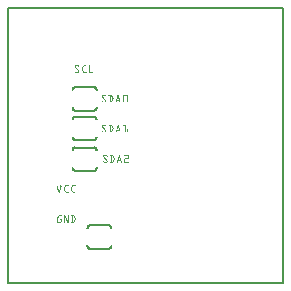
<source format=gto>
G04 MADE WITH FRITZING*
G04 WWW.FRITZING.ORG*
G04 DOUBLE SIDED*
G04 HOLES PLATED*
G04 CONTOUR ON CENTER OF CONTOUR VECTOR*
%ASAXBY*%
%FSLAX23Y23*%
%MOIN*%
%OFA0B0*%
%SFA1.0B1.0*%
%ADD10R,0.925197X0.925197X0.909197X0.909197*%
%ADD11C,0.008000*%
%ADD12R,0.001000X0.001000*%
%LNSILK1*%
G90*
G70*
G54D11*
X4Y921D02*
X921Y921D01*
X921Y4D01*
X4Y4D01*
X4Y921D01*
D02*
X228Y455D02*
X291Y455D01*
D02*
X291Y377D02*
X228Y377D01*
D02*
X228Y558D02*
X291Y558D01*
D02*
X291Y479D02*
X228Y479D01*
D02*
X228Y656D02*
X291Y656D01*
D02*
X291Y577D02*
X228Y577D01*
D02*
X340Y117D02*
X277Y117D01*
D02*
X277Y196D02*
X340Y196D01*
G54D12*
X228Y729D02*
X239Y729D01*
X256Y729D02*
X264Y729D01*
X274Y729D02*
X275Y729D01*
X227Y728D02*
X240Y728D01*
X255Y728D02*
X265Y728D01*
X273Y728D02*
X276Y728D01*
X226Y727D02*
X241Y727D01*
X254Y727D02*
X265Y727D01*
X273Y727D02*
X276Y727D01*
X226Y726D02*
X229Y726D01*
X238Y726D02*
X241Y726D01*
X253Y726D02*
X256Y726D01*
X273Y726D02*
X276Y726D01*
X226Y725D02*
X229Y725D01*
X239Y725D02*
X241Y725D01*
X253Y725D02*
X256Y725D01*
X273Y725D02*
X276Y725D01*
X227Y724D02*
X230Y724D01*
X240Y724D02*
X241Y724D01*
X252Y724D02*
X255Y724D01*
X273Y724D02*
X276Y724D01*
X227Y723D02*
X230Y723D01*
X252Y723D02*
X255Y723D01*
X273Y723D02*
X276Y723D01*
X228Y722D02*
X231Y722D01*
X251Y722D02*
X254Y722D01*
X273Y722D02*
X276Y722D01*
X229Y721D02*
X232Y721D01*
X251Y721D02*
X254Y721D01*
X273Y721D02*
X276Y721D01*
X230Y720D02*
X233Y720D01*
X250Y720D02*
X253Y720D01*
X273Y720D02*
X276Y720D01*
X230Y719D02*
X234Y719D01*
X250Y719D02*
X252Y719D01*
X273Y719D02*
X276Y719D01*
X231Y718D02*
X234Y718D01*
X250Y718D02*
X252Y718D01*
X273Y718D02*
X276Y718D01*
X232Y717D02*
X235Y717D01*
X250Y717D02*
X252Y717D01*
X273Y717D02*
X276Y717D01*
X233Y716D02*
X236Y716D01*
X250Y716D02*
X252Y716D01*
X273Y716D02*
X276Y716D01*
X233Y715D02*
X237Y715D01*
X250Y715D02*
X252Y715D01*
X273Y715D02*
X276Y715D01*
X234Y714D02*
X237Y714D01*
X250Y714D02*
X253Y714D01*
X273Y714D02*
X276Y714D01*
X235Y713D02*
X238Y713D01*
X251Y713D02*
X253Y713D01*
X273Y713D02*
X276Y713D01*
X236Y712D02*
X239Y712D01*
X251Y712D02*
X254Y712D01*
X273Y712D02*
X276Y712D01*
X237Y711D02*
X240Y711D01*
X252Y711D02*
X254Y711D01*
X273Y711D02*
X276Y711D01*
X227Y710D02*
X227Y710D01*
X237Y710D02*
X241Y710D01*
X252Y710D02*
X255Y710D01*
X273Y710D02*
X276Y710D01*
X226Y709D02*
X228Y709D01*
X238Y709D02*
X241Y709D01*
X253Y709D02*
X255Y709D01*
X273Y709D02*
X276Y709D01*
X226Y708D02*
X229Y708D01*
X239Y708D02*
X241Y708D01*
X253Y708D02*
X256Y708D01*
X273Y708D02*
X276Y708D01*
X226Y707D02*
X241Y707D01*
X254Y707D02*
X264Y707D01*
X273Y707D02*
X288Y707D01*
X227Y706D02*
X241Y706D01*
X254Y706D02*
X265Y706D01*
X273Y706D02*
X288Y706D01*
X228Y705D02*
X240Y705D01*
X255Y705D02*
X265Y705D01*
X273Y705D02*
X288Y705D01*
X226Y660D02*
X226Y660D01*
X292Y660D02*
X292Y660D01*
X223Y659D02*
X227Y659D01*
X291Y659D02*
X295Y659D01*
X222Y658D02*
X227Y658D01*
X291Y658D02*
X296Y658D01*
X221Y657D02*
X227Y657D01*
X291Y657D02*
X297Y657D01*
X220Y656D02*
X227Y656D01*
X291Y656D02*
X298Y656D01*
X219Y655D02*
X227Y655D01*
X291Y655D02*
X299Y655D01*
X218Y654D02*
X228Y654D01*
X290Y654D02*
X300Y654D01*
X218Y653D02*
X228Y653D01*
X290Y653D02*
X300Y653D01*
X217Y652D02*
X226Y652D01*
X292Y652D02*
X301Y652D01*
X217Y651D02*
X225Y651D01*
X293Y651D02*
X301Y651D01*
X216Y650D02*
X224Y650D01*
X294Y650D02*
X302Y650D01*
X216Y649D02*
X223Y649D01*
X295Y649D02*
X302Y649D01*
X216Y648D02*
X223Y648D01*
X295Y648D02*
X302Y648D01*
X216Y647D02*
X223Y647D01*
X295Y647D02*
X302Y647D01*
X216Y646D02*
X223Y646D01*
X295Y646D02*
X302Y646D01*
X216Y645D02*
X220Y645D01*
X298Y645D02*
X302Y645D01*
X317Y630D02*
X329Y630D01*
X340Y630D02*
X349Y630D01*
X370Y630D02*
X372Y630D01*
X388Y630D02*
X401Y630D01*
X316Y629D02*
X330Y629D01*
X339Y629D02*
X350Y629D01*
X369Y629D02*
X372Y629D01*
X387Y629D02*
X402Y629D01*
X316Y628D02*
X331Y628D01*
X340Y628D02*
X351Y628D01*
X369Y628D02*
X372Y628D01*
X387Y628D02*
X402Y628D01*
X316Y627D02*
X318Y627D01*
X329Y627D02*
X331Y627D01*
X343Y627D02*
X345Y627D01*
X348Y627D02*
X351Y627D01*
X369Y627D02*
X373Y627D01*
X387Y627D02*
X389Y627D01*
X400Y627D02*
X402Y627D01*
X316Y626D02*
X319Y626D01*
X329Y626D02*
X331Y626D01*
X343Y626D02*
X345Y626D01*
X349Y626D02*
X352Y626D01*
X369Y626D02*
X373Y626D01*
X387Y626D02*
X389Y626D01*
X400Y626D02*
X402Y626D01*
X317Y625D02*
X320Y625D01*
X330Y625D02*
X330Y625D01*
X343Y625D02*
X345Y625D01*
X349Y625D02*
X352Y625D01*
X368Y625D02*
X373Y625D01*
X387Y625D02*
X389Y625D01*
X400Y625D02*
X402Y625D01*
X317Y624D02*
X321Y624D01*
X343Y624D02*
X345Y624D01*
X350Y624D02*
X353Y624D01*
X368Y624D02*
X373Y624D01*
X387Y624D02*
X389Y624D01*
X400Y624D02*
X402Y624D01*
X318Y623D02*
X321Y623D01*
X343Y623D02*
X345Y623D01*
X350Y623D02*
X353Y623D01*
X368Y623D02*
X374Y623D01*
X387Y623D02*
X389Y623D01*
X400Y623D02*
X402Y623D01*
X319Y622D02*
X322Y622D01*
X343Y622D02*
X345Y622D01*
X351Y622D02*
X354Y622D01*
X367Y622D02*
X370Y622D01*
X372Y622D02*
X374Y622D01*
X387Y622D02*
X389Y622D01*
X400Y622D02*
X402Y622D01*
X320Y621D02*
X323Y621D01*
X343Y621D02*
X345Y621D01*
X352Y621D02*
X354Y621D01*
X367Y621D02*
X370Y621D01*
X372Y621D02*
X374Y621D01*
X387Y621D02*
X389Y621D01*
X400Y621D02*
X402Y621D01*
X320Y620D02*
X324Y620D01*
X343Y620D02*
X345Y620D01*
X352Y620D02*
X354Y620D01*
X367Y620D02*
X369Y620D01*
X372Y620D02*
X375Y620D01*
X387Y620D02*
X389Y620D01*
X400Y620D02*
X402Y620D01*
X321Y619D02*
X324Y619D01*
X343Y619D02*
X345Y619D01*
X352Y619D02*
X355Y619D01*
X366Y619D02*
X369Y619D01*
X372Y619D02*
X375Y619D01*
X387Y619D02*
X389Y619D01*
X400Y619D02*
X402Y619D01*
X322Y618D02*
X325Y618D01*
X343Y618D02*
X345Y618D01*
X352Y618D02*
X355Y618D01*
X366Y618D02*
X369Y618D01*
X373Y618D02*
X375Y618D01*
X387Y618D02*
X389Y618D01*
X400Y618D02*
X402Y618D01*
X323Y617D02*
X326Y617D01*
X343Y617D02*
X345Y617D01*
X352Y617D02*
X355Y617D01*
X366Y617D02*
X368Y617D01*
X373Y617D02*
X376Y617D01*
X387Y617D02*
X389Y617D01*
X400Y617D02*
X402Y617D01*
X323Y616D02*
X327Y616D01*
X343Y616D02*
X345Y616D01*
X352Y616D02*
X354Y616D01*
X366Y616D02*
X368Y616D01*
X373Y616D02*
X376Y616D01*
X387Y616D02*
X389Y616D01*
X400Y616D02*
X402Y616D01*
X324Y615D02*
X328Y615D01*
X343Y615D02*
X345Y615D01*
X351Y615D02*
X354Y615D01*
X365Y615D02*
X368Y615D01*
X374Y615D02*
X376Y615D01*
X387Y615D02*
X389Y615D01*
X400Y615D02*
X402Y615D01*
X325Y614D02*
X328Y614D01*
X343Y614D02*
X345Y614D01*
X351Y614D02*
X354Y614D01*
X365Y614D02*
X376Y614D01*
X387Y614D02*
X389Y614D01*
X400Y614D02*
X402Y614D01*
X326Y613D02*
X329Y613D01*
X343Y613D02*
X345Y613D01*
X350Y613D02*
X353Y613D01*
X365Y613D02*
X377Y613D01*
X387Y613D02*
X389Y613D01*
X400Y613D02*
X402Y613D01*
X327Y612D02*
X330Y612D01*
X343Y612D02*
X345Y612D01*
X350Y612D02*
X353Y612D01*
X364Y612D02*
X377Y612D01*
X387Y612D02*
X389Y612D01*
X400Y612D02*
X402Y612D01*
X316Y611D02*
X318Y611D01*
X327Y611D02*
X331Y611D01*
X343Y611D02*
X345Y611D01*
X349Y611D02*
X352Y611D01*
X364Y611D02*
X377Y611D01*
X387Y611D02*
X389Y611D01*
X400Y611D02*
X402Y611D01*
X316Y610D02*
X318Y610D01*
X328Y610D02*
X331Y610D01*
X343Y610D02*
X345Y610D01*
X349Y610D02*
X352Y610D01*
X364Y610D02*
X366Y610D01*
X375Y610D02*
X378Y610D01*
X387Y610D02*
X389Y610D01*
X400Y610D02*
X402Y610D01*
X316Y609D02*
X319Y609D01*
X329Y609D02*
X331Y609D01*
X343Y609D02*
X345Y609D01*
X348Y609D02*
X351Y609D01*
X364Y609D02*
X366Y609D01*
X375Y609D02*
X378Y609D01*
X387Y609D02*
X389Y609D01*
X400Y609D02*
X402Y609D01*
X316Y608D02*
X331Y608D01*
X340Y608D02*
X351Y608D01*
X363Y608D02*
X366Y608D01*
X376Y608D02*
X378Y608D01*
X387Y608D02*
X402Y608D01*
X317Y607D02*
X330Y607D01*
X339Y607D02*
X350Y607D01*
X363Y607D02*
X365Y607D01*
X376Y607D02*
X378Y607D01*
X387Y607D02*
X401Y607D01*
X318Y606D02*
X329Y606D01*
X340Y606D02*
X349Y606D01*
X363Y606D02*
X365Y606D01*
X377Y606D02*
X378Y606D01*
X388Y606D02*
X400Y606D01*
X216Y590D02*
X217Y590D01*
X301Y590D02*
X302Y590D01*
X216Y589D02*
X222Y589D01*
X296Y589D02*
X302Y589D01*
X216Y588D02*
X223Y588D01*
X295Y588D02*
X302Y588D01*
X216Y587D02*
X223Y587D01*
X295Y587D02*
X302Y587D01*
X216Y586D02*
X223Y586D01*
X295Y586D02*
X302Y586D01*
X216Y585D02*
X224Y585D01*
X294Y585D02*
X302Y585D01*
X217Y584D02*
X224Y584D01*
X294Y584D02*
X301Y584D01*
X217Y583D02*
X225Y583D01*
X293Y583D02*
X301Y583D01*
X217Y582D02*
X227Y582D01*
X291Y582D02*
X301Y582D01*
X218Y581D02*
X228Y581D01*
X290Y581D02*
X300Y581D01*
X218Y580D02*
X227Y580D01*
X291Y580D02*
X300Y580D01*
X219Y579D02*
X227Y579D01*
X291Y579D02*
X299Y579D01*
X220Y578D02*
X227Y578D01*
X291Y578D02*
X298Y578D01*
X221Y577D02*
X227Y577D01*
X291Y577D02*
X297Y577D01*
X222Y576D02*
X227Y576D01*
X291Y576D02*
X296Y576D01*
X224Y575D02*
X226Y575D01*
X292Y575D02*
X294Y575D01*
X224Y561D02*
X226Y561D01*
X292Y561D02*
X294Y561D01*
X222Y560D02*
X227Y560D01*
X291Y560D02*
X296Y560D01*
X221Y559D02*
X227Y559D01*
X291Y559D02*
X297Y559D01*
X220Y558D02*
X227Y558D01*
X291Y558D02*
X298Y558D01*
X219Y557D02*
X227Y557D01*
X291Y557D02*
X299Y557D01*
X218Y556D02*
X227Y556D01*
X291Y556D02*
X300Y556D01*
X218Y555D02*
X228Y555D01*
X290Y555D02*
X300Y555D01*
X217Y554D02*
X227Y554D01*
X291Y554D02*
X301Y554D01*
X217Y553D02*
X225Y553D01*
X293Y553D02*
X301Y553D01*
X217Y552D02*
X224Y552D01*
X294Y552D02*
X301Y552D01*
X216Y551D02*
X224Y551D01*
X294Y551D02*
X302Y551D01*
X216Y550D02*
X223Y550D01*
X295Y550D02*
X302Y550D01*
X216Y549D02*
X223Y549D01*
X295Y549D02*
X302Y549D01*
X216Y548D02*
X223Y548D01*
X295Y548D02*
X302Y548D01*
X216Y547D02*
X223Y547D01*
X295Y547D02*
X302Y547D01*
X216Y546D02*
X218Y546D01*
X300Y546D02*
X302Y546D01*
X319Y531D02*
X328Y531D01*
X341Y531D02*
X348Y531D01*
X371Y531D02*
X371Y531D01*
X388Y531D02*
X396Y531D01*
X317Y530D02*
X330Y530D01*
X340Y530D02*
X350Y530D01*
X370Y530D02*
X372Y530D01*
X387Y530D02*
X396Y530D01*
X317Y529D02*
X331Y529D01*
X340Y529D02*
X351Y529D01*
X370Y529D02*
X372Y529D01*
X387Y529D02*
X396Y529D01*
X316Y528D02*
X331Y528D01*
X341Y528D02*
X351Y528D01*
X369Y528D02*
X373Y528D01*
X388Y528D02*
X396Y528D01*
X316Y527D02*
X319Y527D01*
X329Y527D02*
X331Y527D01*
X343Y527D02*
X345Y527D01*
X349Y527D02*
X352Y527D01*
X369Y527D02*
X373Y527D01*
X394Y527D02*
X396Y527D01*
X316Y526D02*
X319Y526D01*
X329Y526D02*
X331Y526D01*
X343Y526D02*
X345Y526D01*
X349Y526D02*
X352Y526D01*
X369Y526D02*
X373Y526D01*
X394Y526D02*
X396Y526D01*
X317Y525D02*
X320Y525D01*
X343Y525D02*
X345Y525D01*
X350Y525D02*
X353Y525D01*
X369Y525D02*
X374Y525D01*
X394Y525D02*
X396Y525D01*
X318Y524D02*
X321Y524D01*
X343Y524D02*
X345Y524D01*
X350Y524D02*
X353Y524D01*
X368Y524D02*
X374Y524D01*
X394Y524D02*
X396Y524D01*
X319Y523D02*
X322Y523D01*
X343Y523D02*
X345Y523D01*
X351Y523D02*
X354Y523D01*
X368Y523D02*
X374Y523D01*
X394Y523D02*
X396Y523D01*
X319Y522D02*
X323Y522D01*
X343Y522D02*
X345Y522D01*
X351Y522D02*
X354Y522D01*
X368Y522D02*
X370Y522D01*
X372Y522D02*
X374Y522D01*
X394Y522D02*
X396Y522D01*
X320Y521D02*
X323Y521D01*
X343Y521D02*
X345Y521D01*
X352Y521D02*
X355Y521D01*
X367Y521D02*
X370Y521D01*
X372Y521D02*
X375Y521D01*
X394Y521D02*
X396Y521D01*
X321Y520D02*
X324Y520D01*
X343Y520D02*
X345Y520D01*
X352Y520D02*
X355Y520D01*
X367Y520D02*
X370Y520D01*
X373Y520D02*
X375Y520D01*
X394Y520D02*
X396Y520D01*
X322Y519D02*
X325Y519D01*
X343Y519D02*
X345Y519D01*
X353Y519D02*
X355Y519D01*
X367Y519D02*
X369Y519D01*
X373Y519D02*
X375Y519D01*
X394Y519D02*
X396Y519D01*
X322Y518D02*
X326Y518D01*
X343Y518D02*
X345Y518D01*
X353Y518D02*
X355Y518D01*
X366Y518D02*
X369Y518D01*
X373Y518D02*
X376Y518D01*
X394Y518D02*
X396Y518D01*
X323Y517D02*
X326Y517D01*
X343Y517D02*
X345Y517D01*
X353Y517D02*
X355Y517D01*
X366Y517D02*
X369Y517D01*
X373Y517D02*
X376Y517D01*
X394Y517D02*
X396Y517D01*
X401Y517D02*
X401Y517D01*
X324Y516D02*
X327Y516D01*
X343Y516D02*
X345Y516D01*
X352Y516D02*
X355Y516D01*
X366Y516D02*
X368Y516D01*
X374Y516D02*
X376Y516D01*
X394Y516D02*
X396Y516D01*
X400Y516D02*
X402Y516D01*
X325Y515D02*
X328Y515D01*
X343Y515D02*
X345Y515D01*
X352Y515D02*
X354Y515D01*
X366Y515D02*
X368Y515D01*
X374Y515D02*
X377Y515D01*
X394Y515D02*
X396Y515D01*
X400Y515D02*
X402Y515D01*
X326Y514D02*
X329Y514D01*
X343Y514D02*
X345Y514D01*
X351Y514D02*
X354Y514D01*
X365Y514D02*
X377Y514D01*
X394Y514D02*
X396Y514D01*
X400Y514D02*
X402Y514D01*
X326Y513D02*
X330Y513D01*
X343Y513D02*
X345Y513D01*
X351Y513D02*
X353Y513D01*
X365Y513D02*
X377Y513D01*
X394Y513D02*
X396Y513D01*
X400Y513D02*
X402Y513D01*
X327Y512D02*
X330Y512D01*
X343Y512D02*
X345Y512D01*
X350Y512D02*
X353Y512D01*
X365Y512D02*
X377Y512D01*
X394Y512D02*
X396Y512D01*
X400Y512D02*
X402Y512D01*
X317Y511D02*
X318Y511D01*
X328Y511D02*
X331Y511D01*
X343Y511D02*
X345Y511D01*
X350Y511D02*
X352Y511D01*
X364Y511D02*
X367Y511D01*
X375Y511D02*
X378Y511D01*
X394Y511D02*
X396Y511D01*
X400Y511D02*
X402Y511D01*
X316Y510D02*
X319Y510D01*
X329Y510D02*
X331Y510D01*
X343Y510D02*
X345Y510D01*
X349Y510D02*
X352Y510D01*
X364Y510D02*
X367Y510D01*
X376Y510D02*
X378Y510D01*
X394Y510D02*
X396Y510D01*
X400Y510D02*
X402Y510D01*
X316Y509D02*
X319Y509D01*
X329Y509D02*
X331Y509D01*
X343Y509D02*
X346Y509D01*
X348Y509D02*
X351Y509D01*
X364Y509D02*
X366Y509D01*
X376Y509D02*
X378Y509D01*
X393Y509D02*
X396Y509D01*
X400Y509D02*
X402Y509D01*
X317Y508D02*
X331Y508D01*
X340Y508D02*
X351Y508D01*
X364Y508D02*
X366Y508D01*
X376Y508D02*
X379Y508D01*
X387Y508D02*
X402Y508D01*
X317Y507D02*
X331Y507D01*
X340Y507D02*
X350Y507D01*
X363Y507D02*
X366Y507D01*
X376Y507D02*
X379Y507D01*
X387Y507D02*
X402Y507D01*
X319Y506D02*
X329Y506D01*
X340Y506D02*
X349Y506D01*
X364Y506D02*
X365Y506D01*
X377Y506D02*
X378Y506D01*
X388Y506D02*
X402Y506D01*
X216Y491D02*
X220Y491D01*
X298Y491D02*
X302Y491D01*
X216Y490D02*
X223Y490D01*
X295Y490D02*
X302Y490D01*
X216Y489D02*
X223Y489D01*
X295Y489D02*
X302Y489D01*
X216Y488D02*
X223Y488D01*
X295Y488D02*
X302Y488D01*
X216Y487D02*
X223Y487D01*
X295Y487D02*
X302Y487D01*
X216Y486D02*
X224Y486D01*
X294Y486D02*
X302Y486D01*
X217Y485D02*
X225Y485D01*
X293Y485D02*
X301Y485D01*
X217Y484D02*
X226Y484D01*
X292Y484D02*
X301Y484D01*
X217Y483D02*
X228Y483D01*
X290Y483D02*
X300Y483D01*
X218Y482D02*
X228Y482D01*
X290Y482D02*
X300Y482D01*
X219Y481D02*
X227Y481D01*
X291Y481D02*
X299Y481D01*
X220Y480D02*
X227Y480D01*
X291Y480D02*
X298Y480D01*
X221Y479D02*
X227Y479D01*
X291Y479D02*
X297Y479D01*
X222Y478D02*
X227Y478D01*
X291Y478D02*
X296Y478D01*
X223Y477D02*
X227Y477D01*
X291Y477D02*
X295Y477D01*
X226Y476D02*
X226Y476D01*
X292Y476D02*
X292Y476D01*
X225Y459D02*
X226Y459D01*
X292Y459D02*
X293Y459D01*
X223Y458D02*
X227Y458D01*
X291Y458D02*
X295Y458D01*
X221Y457D02*
X227Y457D01*
X291Y457D02*
X296Y457D01*
X220Y456D02*
X227Y456D01*
X291Y456D02*
X298Y456D01*
X219Y455D02*
X227Y455D01*
X291Y455D02*
X299Y455D01*
X219Y454D02*
X227Y454D01*
X291Y454D02*
X299Y454D01*
X218Y453D02*
X228Y453D01*
X290Y453D02*
X300Y453D01*
X217Y452D02*
X228Y452D01*
X290Y452D02*
X301Y452D01*
X217Y451D02*
X226Y451D01*
X292Y451D02*
X301Y451D01*
X217Y450D02*
X225Y450D01*
X293Y450D02*
X301Y450D01*
X216Y449D02*
X224Y449D01*
X294Y449D02*
X302Y449D01*
X216Y448D02*
X223Y448D01*
X295Y448D02*
X302Y448D01*
X216Y447D02*
X223Y447D01*
X295Y447D02*
X302Y447D01*
X216Y446D02*
X223Y446D01*
X295Y446D02*
X302Y446D01*
X216Y445D02*
X223Y445D01*
X295Y445D02*
X302Y445D01*
X216Y444D02*
X219Y444D01*
X299Y444D02*
X302Y444D01*
X322Y430D02*
X333Y430D01*
X345Y430D02*
X353Y430D01*
X375Y430D02*
X376Y430D01*
X392Y430D02*
X405Y430D01*
X321Y429D02*
X334Y429D01*
X344Y429D02*
X354Y429D01*
X374Y429D02*
X376Y429D01*
X391Y429D02*
X406Y429D01*
X321Y428D02*
X335Y428D01*
X344Y428D02*
X355Y428D01*
X374Y428D02*
X377Y428D01*
X391Y428D02*
X406Y428D01*
X320Y427D02*
X323Y427D01*
X332Y427D02*
X335Y427D01*
X347Y427D02*
X350Y427D01*
X352Y427D02*
X355Y427D01*
X373Y427D02*
X377Y427D01*
X404Y427D02*
X407Y427D01*
X320Y426D02*
X323Y426D01*
X333Y426D02*
X336Y426D01*
X347Y426D02*
X350Y426D01*
X353Y426D02*
X356Y426D01*
X373Y426D02*
X377Y426D01*
X404Y426D02*
X407Y426D01*
X321Y425D02*
X324Y425D01*
X334Y425D02*
X335Y425D01*
X347Y425D02*
X350Y425D01*
X354Y425D02*
X356Y425D01*
X373Y425D02*
X378Y425D01*
X404Y425D02*
X407Y425D01*
X321Y424D02*
X325Y424D01*
X347Y424D02*
X350Y424D01*
X354Y424D02*
X357Y424D01*
X373Y424D02*
X378Y424D01*
X404Y424D02*
X407Y424D01*
X322Y423D02*
X325Y423D01*
X347Y423D02*
X350Y423D01*
X355Y423D02*
X357Y423D01*
X372Y423D02*
X378Y423D01*
X404Y423D02*
X407Y423D01*
X323Y422D02*
X326Y422D01*
X347Y422D02*
X350Y422D01*
X355Y422D02*
X358Y422D01*
X372Y422D02*
X378Y422D01*
X404Y422D02*
X407Y422D01*
X324Y421D02*
X327Y421D01*
X347Y421D02*
X350Y421D01*
X356Y421D02*
X358Y421D01*
X372Y421D02*
X374Y421D01*
X376Y421D02*
X379Y421D01*
X404Y421D02*
X407Y421D01*
X324Y420D02*
X328Y420D01*
X347Y420D02*
X350Y420D01*
X356Y420D02*
X359Y420D01*
X371Y420D02*
X374Y420D01*
X377Y420D02*
X379Y420D01*
X404Y420D02*
X407Y420D01*
X325Y419D02*
X329Y419D01*
X347Y419D02*
X350Y419D01*
X357Y419D02*
X359Y419D01*
X371Y419D02*
X374Y419D01*
X377Y419D02*
X379Y419D01*
X393Y419D02*
X406Y419D01*
X326Y418D02*
X329Y418D01*
X347Y418D02*
X350Y418D01*
X357Y418D02*
X359Y418D01*
X371Y418D02*
X373Y418D01*
X377Y418D02*
X380Y418D01*
X392Y418D02*
X406Y418D01*
X327Y417D02*
X330Y417D01*
X347Y417D02*
X350Y417D01*
X357Y417D02*
X359Y417D01*
X371Y417D02*
X373Y417D01*
X377Y417D02*
X380Y417D01*
X391Y417D02*
X406Y417D01*
X328Y416D02*
X331Y416D01*
X347Y416D02*
X350Y416D01*
X357Y416D02*
X359Y416D01*
X370Y416D02*
X373Y416D01*
X378Y416D02*
X380Y416D01*
X391Y416D02*
X403Y416D01*
X328Y415D02*
X332Y415D01*
X347Y415D02*
X350Y415D01*
X356Y415D02*
X359Y415D01*
X370Y415D02*
X372Y415D01*
X378Y415D02*
X380Y415D01*
X391Y415D02*
X394Y415D01*
X329Y414D02*
X332Y414D01*
X347Y414D02*
X350Y414D01*
X356Y414D02*
X358Y414D01*
X370Y414D02*
X372Y414D01*
X378Y414D02*
X381Y414D01*
X391Y414D02*
X394Y414D01*
X330Y413D02*
X333Y413D01*
X347Y413D02*
X350Y413D01*
X355Y413D02*
X358Y413D01*
X369Y413D02*
X381Y413D01*
X391Y413D02*
X394Y413D01*
X331Y412D02*
X334Y412D01*
X347Y412D02*
X350Y412D01*
X355Y412D02*
X357Y412D01*
X369Y412D02*
X381Y412D01*
X391Y412D02*
X394Y412D01*
X331Y411D02*
X335Y411D01*
X347Y411D02*
X350Y411D01*
X354Y411D02*
X357Y411D01*
X369Y411D02*
X382Y411D01*
X391Y411D02*
X394Y411D01*
X321Y410D02*
X322Y410D01*
X332Y410D02*
X335Y410D01*
X347Y410D02*
X350Y410D01*
X354Y410D02*
X356Y410D01*
X369Y410D02*
X371Y410D01*
X379Y410D02*
X382Y410D01*
X391Y410D02*
X394Y410D01*
X320Y409D02*
X323Y409D01*
X333Y409D02*
X336Y409D01*
X347Y409D02*
X350Y409D01*
X353Y409D02*
X356Y409D01*
X368Y409D02*
X371Y409D01*
X380Y409D02*
X382Y409D01*
X391Y409D02*
X394Y409D01*
X321Y408D02*
X336Y408D01*
X345Y408D02*
X355Y408D01*
X368Y408D02*
X370Y408D01*
X380Y408D02*
X383Y408D01*
X391Y408D02*
X405Y408D01*
X321Y407D02*
X335Y407D01*
X344Y407D02*
X355Y407D01*
X368Y407D02*
X370Y407D01*
X380Y407D02*
X383Y407D01*
X391Y407D02*
X406Y407D01*
X322Y406D02*
X335Y406D01*
X344Y406D02*
X354Y406D01*
X368Y406D02*
X370Y406D01*
X381Y406D02*
X383Y406D01*
X391Y406D02*
X406Y406D01*
X324Y405D02*
X333Y405D01*
X345Y405D02*
X352Y405D01*
X369Y405D02*
X369Y405D01*
X382Y405D02*
X382Y405D01*
X391Y405D02*
X406Y405D01*
X216Y389D02*
X219Y389D01*
X299Y389D02*
X302Y389D01*
X216Y388D02*
X223Y388D01*
X295Y388D02*
X302Y388D01*
X216Y387D02*
X223Y387D01*
X295Y387D02*
X302Y387D01*
X216Y386D02*
X223Y386D01*
X295Y386D02*
X302Y386D01*
X216Y385D02*
X223Y385D01*
X295Y385D02*
X302Y385D01*
X216Y384D02*
X224Y384D01*
X294Y384D02*
X302Y384D01*
X217Y383D02*
X224Y383D01*
X294Y383D02*
X301Y383D01*
X217Y382D02*
X225Y382D01*
X293Y382D02*
X301Y382D01*
X217Y381D02*
X227Y381D01*
X291Y381D02*
X301Y381D01*
X218Y380D02*
X228Y380D01*
X290Y380D02*
X300Y380D01*
X218Y379D02*
X227Y379D01*
X291Y379D02*
X300Y379D01*
X219Y378D02*
X227Y378D01*
X291Y378D02*
X299Y378D01*
X220Y377D02*
X227Y377D01*
X291Y377D02*
X298Y377D01*
X221Y376D02*
X227Y376D01*
X291Y376D02*
X297Y376D01*
X223Y375D02*
X227Y375D01*
X291Y375D02*
X295Y375D01*
X225Y374D02*
X226Y374D01*
X292Y374D02*
X293Y374D01*
X199Y330D02*
X203Y330D01*
X222Y330D02*
X227Y330D01*
X166Y329D02*
X168Y329D01*
X179Y329D02*
X181Y329D01*
X195Y329D02*
X205Y329D01*
X219Y329D02*
X229Y329D01*
X166Y328D02*
X169Y328D01*
X179Y328D02*
X182Y328D01*
X194Y328D02*
X205Y328D01*
X218Y328D02*
X229Y328D01*
X166Y327D02*
X169Y327D01*
X179Y327D02*
X182Y327D01*
X194Y327D02*
X204Y327D01*
X217Y327D02*
X228Y327D01*
X166Y326D02*
X169Y326D01*
X179Y326D02*
X182Y326D01*
X193Y326D02*
X196Y326D01*
X217Y326D02*
X220Y326D01*
X166Y325D02*
X169Y325D01*
X179Y325D02*
X182Y325D01*
X193Y325D02*
X196Y325D01*
X216Y325D02*
X219Y325D01*
X166Y324D02*
X169Y324D01*
X179Y324D02*
X182Y324D01*
X192Y324D02*
X195Y324D01*
X216Y324D02*
X219Y324D01*
X166Y323D02*
X169Y323D01*
X179Y323D02*
X182Y323D01*
X192Y323D02*
X195Y323D01*
X215Y323D02*
X218Y323D01*
X166Y322D02*
X169Y322D01*
X179Y322D02*
X181Y322D01*
X191Y322D02*
X194Y322D01*
X215Y322D02*
X218Y322D01*
X167Y321D02*
X169Y321D01*
X178Y321D02*
X181Y321D01*
X191Y321D02*
X194Y321D01*
X214Y321D02*
X217Y321D01*
X167Y320D02*
X170Y320D01*
X178Y320D02*
X181Y320D01*
X190Y320D02*
X193Y320D01*
X214Y320D02*
X217Y320D01*
X168Y319D02*
X170Y319D01*
X178Y319D02*
X180Y319D01*
X190Y319D02*
X193Y319D01*
X214Y319D02*
X216Y319D01*
X168Y318D02*
X171Y318D01*
X177Y318D02*
X180Y318D01*
X190Y318D02*
X192Y318D01*
X214Y318D02*
X216Y318D01*
X168Y317D02*
X171Y317D01*
X177Y317D02*
X179Y317D01*
X190Y317D02*
X192Y317D01*
X214Y317D02*
X216Y317D01*
X169Y316D02*
X171Y316D01*
X177Y316D02*
X179Y316D01*
X190Y316D02*
X192Y316D01*
X214Y316D02*
X216Y316D01*
X169Y315D02*
X172Y315D01*
X176Y315D02*
X179Y315D01*
X190Y315D02*
X193Y315D01*
X214Y315D02*
X216Y315D01*
X170Y314D02*
X172Y314D01*
X176Y314D02*
X178Y314D01*
X191Y314D02*
X193Y314D01*
X214Y314D02*
X217Y314D01*
X170Y313D02*
X173Y313D01*
X175Y313D02*
X178Y313D01*
X191Y313D02*
X194Y313D01*
X215Y313D02*
X217Y313D01*
X170Y312D02*
X173Y312D01*
X175Y312D02*
X178Y312D01*
X192Y312D02*
X194Y312D01*
X215Y312D02*
X218Y312D01*
X171Y311D02*
X177Y311D01*
X192Y311D02*
X195Y311D01*
X216Y311D02*
X218Y311D01*
X171Y310D02*
X177Y310D01*
X193Y310D02*
X195Y310D01*
X216Y310D02*
X219Y310D01*
X171Y309D02*
X176Y309D01*
X193Y309D02*
X196Y309D01*
X217Y309D02*
X219Y309D01*
X172Y308D02*
X176Y308D01*
X194Y308D02*
X197Y308D01*
X217Y308D02*
X220Y308D01*
X172Y307D02*
X176Y307D01*
X194Y307D02*
X205Y307D01*
X218Y307D02*
X228Y307D01*
X173Y306D02*
X175Y306D01*
X195Y306D02*
X205Y306D01*
X219Y306D02*
X229Y306D01*
X173Y305D02*
X175Y305D01*
X196Y305D02*
X205Y305D01*
X220Y305D02*
X228Y305D01*
X175Y229D02*
X182Y229D01*
X191Y229D02*
X194Y229D01*
X204Y229D02*
X205Y229D01*
X215Y229D02*
X223Y229D01*
X174Y228D02*
X182Y228D01*
X191Y228D02*
X195Y228D01*
X204Y228D02*
X206Y228D01*
X214Y228D02*
X224Y228D01*
X173Y227D02*
X182Y227D01*
X191Y227D02*
X195Y227D01*
X204Y227D02*
X206Y227D01*
X215Y227D02*
X225Y227D01*
X172Y226D02*
X175Y226D01*
X191Y226D02*
X196Y226D01*
X204Y226D02*
X206Y226D01*
X217Y226D02*
X220Y226D01*
X222Y226D02*
X226Y226D01*
X171Y225D02*
X174Y225D01*
X191Y225D02*
X196Y225D01*
X204Y225D02*
X206Y225D01*
X218Y225D02*
X220Y225D01*
X224Y225D02*
X226Y225D01*
X170Y224D02*
X173Y224D01*
X191Y224D02*
X196Y224D01*
X204Y224D02*
X206Y224D01*
X218Y224D02*
X220Y224D01*
X224Y224D02*
X227Y224D01*
X169Y223D02*
X173Y223D01*
X191Y223D02*
X197Y223D01*
X204Y223D02*
X206Y223D01*
X218Y223D02*
X220Y223D01*
X225Y223D02*
X227Y223D01*
X169Y222D02*
X172Y222D01*
X191Y222D02*
X193Y222D01*
X195Y222D02*
X197Y222D01*
X204Y222D02*
X206Y222D01*
X218Y222D02*
X220Y222D01*
X225Y222D02*
X228Y222D01*
X168Y221D02*
X171Y221D01*
X191Y221D02*
X193Y221D01*
X195Y221D02*
X198Y221D01*
X204Y221D02*
X206Y221D01*
X218Y221D02*
X220Y221D01*
X226Y221D02*
X228Y221D01*
X168Y220D02*
X170Y220D01*
X191Y220D02*
X193Y220D01*
X196Y220D02*
X198Y220D01*
X204Y220D02*
X206Y220D01*
X218Y220D02*
X220Y220D01*
X226Y220D02*
X229Y220D01*
X167Y219D02*
X170Y219D01*
X191Y219D02*
X193Y219D01*
X196Y219D02*
X199Y219D01*
X204Y219D02*
X206Y219D01*
X218Y219D02*
X220Y219D01*
X227Y219D02*
X229Y219D01*
X167Y218D02*
X169Y218D01*
X191Y218D02*
X193Y218D01*
X196Y218D02*
X199Y218D01*
X204Y218D02*
X206Y218D01*
X218Y218D02*
X220Y218D01*
X227Y218D02*
X229Y218D01*
X167Y217D02*
X169Y217D01*
X191Y217D02*
X193Y217D01*
X197Y217D02*
X200Y217D01*
X204Y217D02*
X206Y217D01*
X218Y217D02*
X220Y217D01*
X227Y217D02*
X230Y217D01*
X167Y216D02*
X169Y216D01*
X191Y216D02*
X193Y216D01*
X197Y216D02*
X200Y216D01*
X204Y216D02*
X206Y216D01*
X218Y216D02*
X220Y216D01*
X227Y216D02*
X230Y216D01*
X167Y215D02*
X169Y215D01*
X176Y215D02*
X182Y215D01*
X191Y215D02*
X193Y215D01*
X198Y215D02*
X200Y215D01*
X204Y215D02*
X206Y215D01*
X218Y215D02*
X220Y215D01*
X227Y215D02*
X229Y215D01*
X167Y214D02*
X169Y214D01*
X175Y214D02*
X182Y214D01*
X191Y214D02*
X193Y214D01*
X198Y214D02*
X201Y214D01*
X204Y214D02*
X206Y214D01*
X218Y214D02*
X220Y214D01*
X227Y214D02*
X229Y214D01*
X167Y213D02*
X169Y213D01*
X176Y213D02*
X182Y213D01*
X191Y213D02*
X193Y213D01*
X199Y213D02*
X201Y213D01*
X204Y213D02*
X206Y213D01*
X218Y213D02*
X220Y213D01*
X226Y213D02*
X229Y213D01*
X167Y212D02*
X169Y212D01*
X180Y212D02*
X182Y212D01*
X191Y212D02*
X193Y212D01*
X199Y212D02*
X202Y212D01*
X204Y212D02*
X206Y212D01*
X218Y212D02*
X220Y212D01*
X225Y212D02*
X228Y212D01*
X167Y211D02*
X169Y211D01*
X180Y211D02*
X182Y211D01*
X191Y211D02*
X193Y211D01*
X199Y211D02*
X202Y211D01*
X204Y211D02*
X206Y211D01*
X218Y211D02*
X220Y211D01*
X225Y211D02*
X228Y211D01*
X167Y210D02*
X169Y210D01*
X180Y210D02*
X182Y210D01*
X191Y210D02*
X193Y210D01*
X200Y210D02*
X206Y210D01*
X218Y210D02*
X220Y210D01*
X224Y210D02*
X227Y210D01*
X167Y209D02*
X169Y209D01*
X180Y209D02*
X182Y209D01*
X191Y209D02*
X193Y209D01*
X200Y209D02*
X206Y209D01*
X218Y209D02*
X220Y209D01*
X224Y209D02*
X227Y209D01*
X167Y208D02*
X170Y208D01*
X180Y208D02*
X182Y208D01*
X191Y208D02*
X193Y208D01*
X201Y208D02*
X206Y208D01*
X218Y208D02*
X220Y208D01*
X223Y208D02*
X226Y208D01*
X167Y207D02*
X182Y207D01*
X191Y207D02*
X193Y207D01*
X201Y207D02*
X206Y207D01*
X215Y207D02*
X226Y207D01*
X168Y206D02*
X181Y206D01*
X191Y206D02*
X193Y206D01*
X202Y206D02*
X206Y206D01*
X214Y206D02*
X225Y206D01*
X169Y205D02*
X180Y205D01*
X191Y205D02*
X193Y205D01*
X202Y205D02*
X206Y205D01*
X214Y205D02*
X224Y205D01*
X171Y204D02*
X178Y204D01*
X192Y204D02*
X192Y204D01*
X203Y204D02*
X206Y204D01*
X215Y204D02*
X222Y204D01*
X274Y199D02*
X276Y199D01*
X341Y199D02*
X343Y199D01*
X272Y198D02*
X276Y198D01*
X341Y198D02*
X345Y198D01*
X270Y197D02*
X276Y197D01*
X340Y197D02*
X346Y197D01*
X269Y196D02*
X276Y196D01*
X340Y196D02*
X347Y196D01*
X268Y195D02*
X276Y195D01*
X340Y195D02*
X348Y195D01*
X268Y194D02*
X277Y194D01*
X340Y194D02*
X349Y194D01*
X267Y193D02*
X277Y193D01*
X340Y193D02*
X349Y193D01*
X267Y192D02*
X277Y192D01*
X340Y192D02*
X350Y192D01*
X266Y191D02*
X275Y191D01*
X342Y191D02*
X350Y191D01*
X266Y190D02*
X274Y190D01*
X343Y190D02*
X351Y190D01*
X266Y189D02*
X273Y189D01*
X344Y189D02*
X351Y189D01*
X265Y188D02*
X273Y188D01*
X344Y188D02*
X351Y188D01*
X265Y187D02*
X272Y187D01*
X344Y187D02*
X351Y187D01*
X265Y186D02*
X272Y186D01*
X344Y186D02*
X351Y186D01*
X265Y185D02*
X272Y185D01*
X345Y185D02*
X351Y185D01*
X265Y184D02*
X267Y184D01*
X349Y184D02*
X351Y184D01*
X265Y129D02*
X269Y129D01*
X348Y129D02*
X351Y129D01*
X265Y128D02*
X272Y128D01*
X344Y128D02*
X351Y128D01*
X265Y127D02*
X272Y127D01*
X344Y127D02*
X351Y127D01*
X265Y126D02*
X272Y126D01*
X344Y126D02*
X351Y126D01*
X265Y125D02*
X273Y125D01*
X344Y125D02*
X351Y125D01*
X266Y124D02*
X273Y124D01*
X343Y124D02*
X351Y124D01*
X266Y123D02*
X274Y123D01*
X343Y123D02*
X351Y123D01*
X266Y122D02*
X275Y122D01*
X342Y122D02*
X350Y122D01*
X267Y121D02*
X277Y121D01*
X340Y121D02*
X350Y121D01*
X267Y120D02*
X277Y120D01*
X340Y120D02*
X349Y120D01*
X268Y119D02*
X277Y119D01*
X340Y119D02*
X349Y119D01*
X269Y118D02*
X276Y118D01*
X340Y118D02*
X348Y118D01*
X270Y117D02*
X276Y117D01*
X340Y117D02*
X347Y117D01*
X271Y116D02*
X276Y116D01*
X340Y116D02*
X346Y116D01*
X272Y115D02*
X276Y115D01*
X341Y115D02*
X344Y115D01*
X274Y114D02*
X276Y114D01*
X341Y114D02*
X342Y114D01*
D02*
G04 End of Silk1*
M02*
</source>
